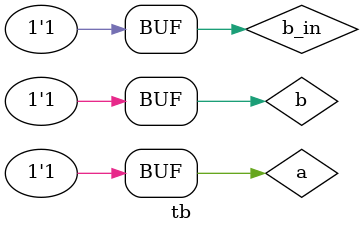
<source format=sv>
module tb;
  reg a , b , b_in;
  wire diff , b_out;
  FullSubtractor uut1(.a(a) , .b(b) , .b_in(b_in) , .diff(diff) , .b_out(b_out));
  initial begin
    a = 0 ; b = 0 ; b_in = 0;
    #10;
    a = 0 ; b = 0 ; b_in = 1;
    #10;
    a = 0 ; b = 1 ; b_in = 0;
    #10;
    a = 0 ; b = 1 ; b_in = 1;
    #10;
    a = 1 ; b = 0 ; b_in = 0;
    #10;
    a = 1 ; b = 0 ; b_in = 1;
    #10;
    a = 1 ; b = 1 ; b_in = 0;
    #10;
    a = 1 ; b = 1 ; b_in = 1;
    #10;
  end
  initial begin
    $monitor("a = %0d \t b = %0d \t b_in = %0d \t diff = %0d \t b_out = %0d" , a , b , b_in , diff , b_out);
  end
endmodule

</source>
